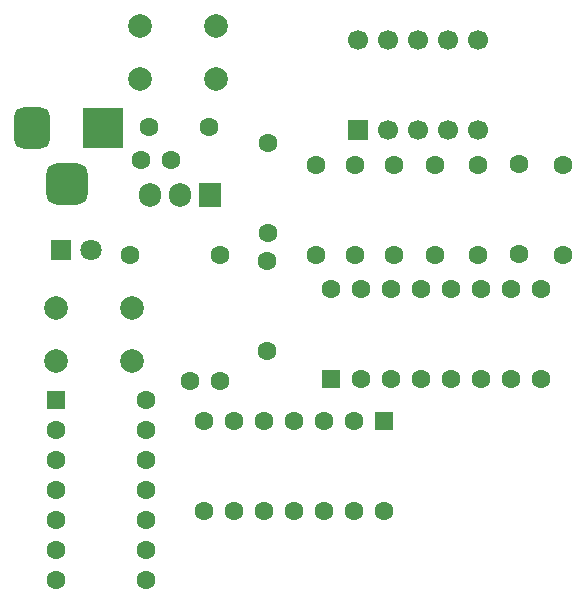
<source format=gbr>
%TF.GenerationSoftware,KiCad,Pcbnew,9.0.2*%
%TF.CreationDate,2025-11-09T02:01:15+01:00*%
%TF.ProjectId,digital_dice,64696769-7461-46c5-9f64-6963652e6b69,v1.0*%
%TF.SameCoordinates,Original*%
%TF.FileFunction,Soldermask,Bot*%
%TF.FilePolarity,Negative*%
%FSLAX46Y46*%
G04 Gerber Fmt 4.6, Leading zero omitted, Abs format (unit mm)*
G04 Created by KiCad (PCBNEW 9.0.2) date 2025-11-09 02:01:15*
%MOMM*%
%LPD*%
G01*
G04 APERTURE LIST*
G04 Aperture macros list*
%AMRoundRect*
0 Rectangle with rounded corners*
0 $1 Rounding radius*
0 $2 $3 $4 $5 $6 $7 $8 $9 X,Y pos of 4 corners*
0 Add a 4 corners polygon primitive as box body*
4,1,4,$2,$3,$4,$5,$6,$7,$8,$9,$2,$3,0*
0 Add four circle primitives for the rounded corners*
1,1,$1+$1,$2,$3*
1,1,$1+$1,$4,$5*
1,1,$1+$1,$6,$7*
1,1,$1+$1,$8,$9*
0 Add four rect primitives between the rounded corners*
20,1,$1+$1,$2,$3,$4,$5,0*
20,1,$1+$1,$4,$5,$6,$7,0*
20,1,$1+$1,$6,$7,$8,$9,0*
20,1,$1+$1,$8,$9,$2,$3,0*%
G04 Aperture macros list end*
%ADD10C,1.600000*%
%ADD11C,2.000000*%
%ADD12RoundRect,0.250000X0.550000X-0.550000X0.550000X0.550000X-0.550000X0.550000X-0.550000X-0.550000X0*%
%ADD13RoundRect,0.250000X-0.550000X-0.550000X0.550000X-0.550000X0.550000X0.550000X-0.550000X0.550000X0*%
%ADD14R,3.500000X3.500000*%
%ADD15RoundRect,0.750000X-0.750000X-1.000000X0.750000X-1.000000X0.750000X1.000000X-0.750000X1.000000X0*%
%ADD16RoundRect,0.875000X-0.875000X-0.875000X0.875000X-0.875000X0.875000X0.875000X-0.875000X0.875000X0*%
%ADD17RoundRect,0.250000X-0.550000X0.550000X-0.550000X-0.550000X0.550000X-0.550000X0.550000X0.550000X0*%
%ADD18R,1.800000X1.800000*%
%ADD19C,1.800000*%
%ADD20R,1.700000X1.700000*%
%ADD21C,1.700000*%
%ADD22R,1.905000X2.000000*%
%ADD23O,1.905000X2.000000*%
G04 APERTURE END LIST*
D10*
%TO.C,R3*%
X158459109Y-78308200D03*
X158459109Y-70688200D03*
%TD*%
%TO.C,R2*%
X140298109Y-78282800D03*
X132678109Y-78282800D03*
%TD*%
%TO.C,C4*%
X137747309Y-88976200D03*
X140247309Y-88976200D03*
%TD*%
D11*
%TO.C,SW2*%
X133467909Y-58928000D03*
X139967909Y-58928000D03*
X133467909Y-63428000D03*
X139967909Y-63428000D03*
%TD*%
D10*
%TO.C,R4*%
X162142109Y-78308200D03*
X162142109Y-70688200D03*
%TD*%
%TO.C,R10*%
X144311309Y-68859400D03*
X144311309Y-76479400D03*
%TD*%
D12*
%TO.C,U3*%
X149696109Y-88849200D03*
D10*
X152236109Y-88849200D03*
X154776109Y-88849200D03*
X157316109Y-88849200D03*
X159856109Y-88849200D03*
X162396109Y-88849200D03*
X164936109Y-88849200D03*
X167476109Y-88849200D03*
X167476109Y-81229200D03*
X164936109Y-81229200D03*
X162396109Y-81229200D03*
X159856109Y-81229200D03*
X157316109Y-81229200D03*
X154776109Y-81229200D03*
X152236109Y-81229200D03*
X149696109Y-81229200D03*
%TD*%
%TO.C,C5*%
X134292909Y-67462400D03*
X139292909Y-67462400D03*
%TD*%
D13*
%TO.C,U2*%
X126353509Y-90601800D03*
D10*
X126353509Y-93141800D03*
X126353509Y-95681800D03*
X126353509Y-98221800D03*
X126353509Y-100761800D03*
X126353509Y-103301800D03*
X126353509Y-105841800D03*
X133973509Y-105841800D03*
X133973509Y-103301800D03*
X133973509Y-100761800D03*
X133973509Y-98221800D03*
X133973509Y-95681800D03*
X133973509Y-93141800D03*
X133973509Y-90601800D03*
%TD*%
D14*
%TO.C,J1*%
X130321509Y-67589400D03*
D15*
X124321509Y-67589400D03*
D16*
X127321509Y-72289400D03*
%TD*%
D10*
%TO.C,R6*%
X165621909Y-78257400D03*
X165621909Y-70637400D03*
%TD*%
%TO.C,R5*%
X155004709Y-78308200D03*
X155004709Y-70688200D03*
%TD*%
D17*
%TO.C,U6*%
X154110709Y-92405200D03*
D10*
X151570709Y-92405200D03*
X149030709Y-92405200D03*
X146490709Y-92405200D03*
X143950709Y-92405200D03*
X141410709Y-92405200D03*
X138870709Y-92405200D03*
X138870709Y-100025200D03*
X141410709Y-100025200D03*
X143950709Y-100025200D03*
X146490709Y-100025200D03*
X149030709Y-100025200D03*
X151570709Y-100025200D03*
X154110709Y-100025200D03*
%TD*%
D18*
%TO.C,D1*%
X126810709Y-77901800D03*
D19*
X129350709Y-77901800D03*
%TD*%
D10*
%TO.C,R9*%
X151677309Y-78282800D03*
X151677309Y-70662800D03*
%TD*%
%TO.C,R7*%
X169279509Y-78308200D03*
X169279509Y-70688200D03*
%TD*%
%TO.C,C3*%
X136081709Y-70281800D03*
X133581709Y-70281800D03*
%TD*%
%TO.C,R8*%
X148375309Y-78282800D03*
X148375309Y-70662800D03*
%TD*%
%TO.C,R1*%
X144285909Y-78816200D03*
X144285909Y-86436200D03*
%TD*%
D20*
%TO.C,U4*%
X151982109Y-67741800D03*
D21*
X154522109Y-67741800D03*
X157062109Y-67741800D03*
X159602109Y-67741800D03*
X162142109Y-67741800D03*
X162142109Y-60121800D03*
X159602109Y-60121800D03*
X157062109Y-60121800D03*
X154522109Y-60121800D03*
X151982109Y-60121800D03*
%TD*%
D22*
%TO.C,U5*%
X139409109Y-73192600D03*
D23*
X136869109Y-73192600D03*
X134329109Y-73192600D03*
%TD*%
D11*
%TO.C,SW1*%
X126355909Y-82804000D03*
X132855909Y-82804000D03*
X126355909Y-87304000D03*
X132855909Y-87304000D03*
%TD*%
M02*

</source>
